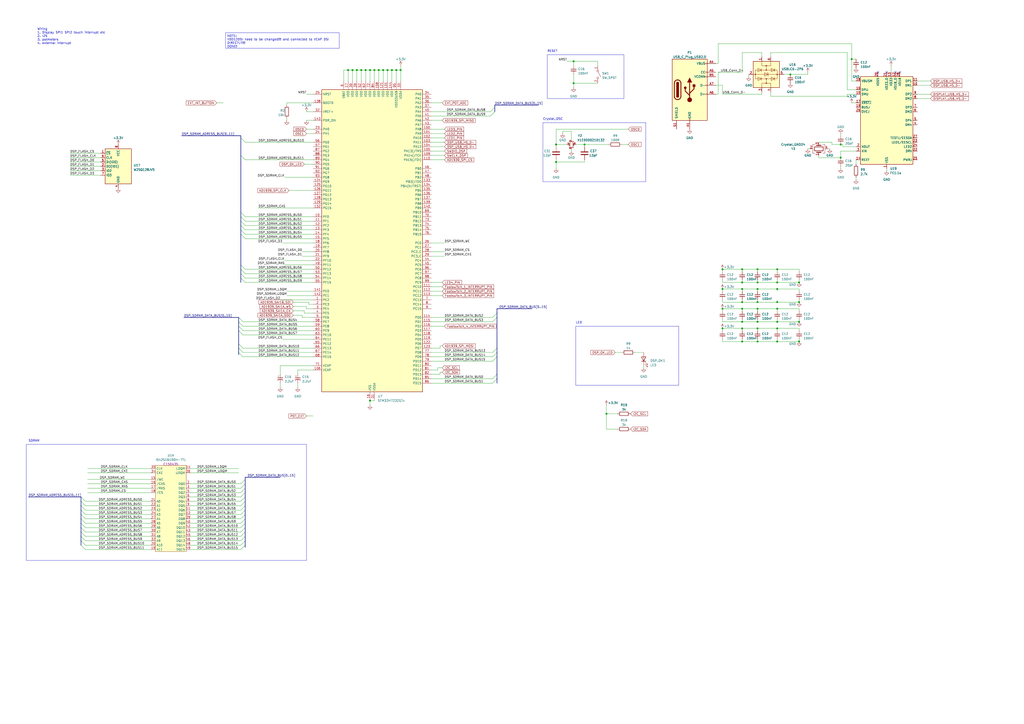
<source format=kicad_sch>
(kicad_sch (version 20230121) (generator eeschema)
  (paper "A2")
  (junction (at 322.58 93.98))
  (junction (at 450.85 156.21))
  (junction (at 463.55 163.83))
  (junction (at 430.53 198.12))
  (junction (at 463.55 186.69))
  (junction (at 209.55 40.64))
  (junction (at 450.85 186.69))
  (junction (at 450.85 179.07))
  (junction (at 439.42 198.12))
  (junction (at 487.68 83.82))
  (junction (at 419.1 190.5))
  (junction (at 430.53 163.83))
  (junction (at 439.42 167.64))
  (junction (at 430.53 186.69))
  (junction (at 439.42 186.69))
  (junction (at 214.63 40.64))
  (junction (at 219.71 40.64))
  (junction (at 351.79 240.03))
  (junction (at 217.17 40.64))
  (junction (at 207.01 40.64))
  (junction (at 450.85 198.12))
  (junction (at 450.85 175.26))
  (junction (at 463.55 175.26))
  (junction (at 222.25 40.64))
  (junction (at 214.63 232.41))
  (junction (at 229.87 40.64))
  (junction (at 430.53 175.26))
  (junction (at 439.42 156.21))
  (junction (at 494.03 34.29))
  (junction (at 450.85 163.83))
  (junction (at 450.85 190.5))
  (junction (at 212.09 40.64))
  (junction (at 439.42 190.5))
  (junction (at 204.47 40.64))
  (junction (at 430.53 190.5))
  (junction (at 458.47 43.18))
  (junction (at 419.1 179.07))
  (junction (at 439.42 179.07))
  (junction (at 430.53 167.64))
  (junction (at 439.42 175.26))
  (junction (at 439.42 163.83))
  (junction (at 450.85 167.64))
  (junction (at 232.41 40.64))
  (junction (at 201.93 40.64))
  (junction (at 430.53 179.07))
  (junction (at 322.58 83.82))
  (junction (at 339.09 83.82))
  (junction (at 463.55 198.12))
  (junction (at 224.79 40.64))
  (junction (at 332.74 35.56))
  (junction (at 332.74 48.26))
  (junction (at 487.68 91.44))
  (junction (at 419.1 156.21))
  (junction (at 419.1 167.64))
  (junction (at 227.33 40.64))
  (junction (at 430.53 156.21))
  (no_connect (at 509.27 41.91))
  (no_connect (at 519.43 41.91))
  (no_connect (at 521.97 41.91))
  (no_connect (at 514.35 41.91))
  (bus_entry (at 288.29 217.17) (size -2.54 2.54))
  (bus_entry (at 138.43 189.23) (size 2.54 2.54))
  (bus_entry (at 142.24 306.07) (size -2.54 2.54))
  (bus_entry (at 142.24 280.67) (size -2.54 2.54))
  (bus_entry (at 46.99 303.53) (size 2.54 2.54))
  (bus_entry (at 287.02 64.77) (size -2.54 2.54))
  (bus_entry (at 288.29 184.15) (size -2.54 2.54))
  (bus_entry (at 142.24 293.37) (size -2.54 2.54))
  (bus_entry (at 46.99 290.83) (size 2.54 2.54))
  (bus_entry (at 139.7 130.81) (size 2.54 2.54))
  (bus_entry (at 46.99 293.37) (size 2.54 2.54))
  (bus_entry (at 46.99 311.15) (size 2.54 2.54))
  (bus_entry (at 288.29 207.01) (size -2.54 2.54))
  (bus_entry (at 139.7 125.73) (size 2.54 2.54))
  (bus_entry (at 142.24 285.75) (size -2.54 2.54))
  (bus_entry (at 46.99 300.99) (size 2.54 2.54))
  (bus_entry (at 139.7 128.27) (size 2.54 2.54))
  (bus_entry (at 138.43 204.47) (size 2.54 2.54))
  (bus_entry (at 46.99 308.61) (size 2.54 2.54))
  (bus_entry (at 142.24 313.69) (size -2.54 2.54))
  (bus_entry (at 142.24 300.99) (size -2.54 2.54))
  (bus_entry (at 288.29 181.61) (size -2.54 2.54))
  (bus_entry (at 139.7 123.19) (size 2.54 2.54))
  (bus_entry (at 142.24 308.61) (size -2.54 2.54))
  (bus_entry (at 46.99 306.07) (size 2.54 2.54))
  (bus_entry (at 288.29 204.47) (size -2.54 2.54))
  (bus_entry (at 139.7 158.75) (size 2.54 2.54))
  (bus_entry (at 142.24 311.15) (size -2.54 2.54))
  (bus_entry (at 139.7 161.29) (size 2.54 2.54))
  (bus_entry (at 288.29 219.71) (size -2.54 2.54))
  (bus_entry (at 142.24 278.13) (size -2.54 2.54))
  (bus_entry (at 142.24 316.23) (size -2.54 2.54))
  (bus_entry (at 46.99 295.91) (size 2.54 2.54))
  (bus_entry (at 139.7 133.35) (size 2.54 2.54))
  (bus_entry (at 139.7 135.89) (size 2.54 2.54))
  (bus_entry (at 139.7 90.17) (size 2.54 2.54))
  (bus_entry (at 142.24 283.21) (size -2.54 2.54))
  (bus_entry (at 46.99 316.23) (size 2.54 2.54))
  (bus_entry (at 142.24 303.53) (size -2.54 2.54))
  (bus_entry (at 139.7 153.67) (size 2.54 2.54))
  (bus_entry (at 46.99 288.29) (size 2.54 2.54))
  (bus_entry (at 142.24 290.83) (size -2.54 2.54))
  (bus_entry (at 138.43 186.69) (size 2.54 2.54))
  (bus_entry (at 46.99 313.69) (size 2.54 2.54))
  (bus_entry (at 139.7 80.01) (size 2.54 2.54))
  (bus_entry (at 142.24 298.45) (size -2.54 2.54))
  (bus_entry (at 46.99 298.45) (size 2.54 2.54))
  (bus_entry (at 287.02 62.23) (size -2.54 2.54))
  (bus_entry (at 138.43 184.15) (size 2.54 2.54))
  (bus_entry (at 139.7 156.21) (size 2.54 2.54))
  (bus_entry (at 142.24 288.29) (size -2.54 2.54))
  (bus_entry (at 138.43 191.77) (size 2.54 2.54))
  (bus_entry (at 138.43 199.39) (size 2.54 2.54))
  (bus_entry (at 142.24 295.91) (size -2.54 2.54))
  (bus_entry (at 288.29 201.93) (size -2.54 2.54))
  (bus_entry (at 138.43 201.93) (size 2.54 2.54))
  (bus (pts (xy 142.24 298.45) (xy 142.24 295.91)))
  (wire (pts (xy 250.19 90.17) (xy 257.81 90.17)))
  (wire (pts (xy 177.8 177.8) (xy 177.8 179.07)))
  (wire (pts (xy 430.53 179.07) (xy 439.42 179.07)))
  (bus (pts (xy 139.7 130.81) (xy 139.7 133.35)))
  (wire (pts (xy 322.58 93.98) (xy 339.09 93.98)))
  (bus (pts (xy 142.24 278.13) (xy 142.24 276.86)))
  (wire (pts (xy 255.27 201.93) (xy 250.19 201.93)))
  (wire (pts (xy 177.8 54.61) (xy 181.61 54.61)))
  (bus (pts (xy 288.29 179.07) (xy 308.61 179.07)))
  (wire (pts (xy 175.26 184.15) (xy 181.61 184.15)))
  (wire (pts (xy 217.17 40.64) (xy 219.71 40.64)))
  (wire (pts (xy 416.7475 41.945) (xy 416.56 41.91)))
  (wire (pts (xy 222.25 40.64) (xy 222.25 46.99)))
  (wire (pts (xy 250.19 80.01) (xy 257.81 80.01)))
  (wire (pts (xy 358.14 248.92) (xy 351.79 248.92)))
  (bus (pts (xy 288.29 219.71) (xy 288.29 222.25)))
  (bus (pts (xy 138.43 201.93) (xy 138.43 204.47)))
  (bus (pts (xy 46.99 293.37) (xy 46.99 295.91)))
  (wire (pts (xy 40.64 88.9) (xy 58.42 88.9)))
  (wire (pts (xy 179.07 175.26) (xy 179.07 176.53)))
  (bus (pts (xy 142.24 288.29) (xy 142.24 290.83)))
  (wire (pts (xy 441.96 30.48) (xy 441.96 33.02)))
  (wire (pts (xy 250.19 77.47) (xy 257.81 77.47)))
  (wire (pts (xy 463.55 191.77) (xy 463.55 190.5)))
  (wire (pts (xy 110.49 290.83) (xy 139.7 290.83)))
  (wire (pts (xy 177.8 69.85) (xy 181.61 69.85)))
  (wire (pts (xy 177.8 179.07) (xy 181.61 179.07)))
  (wire (pts (xy 250.19 184.15) (xy 285.75 184.15)))
  (bus (pts (xy 142.24 285.75) (xy 142.24 283.21)))
  (bus (pts (xy 142.24 280.67) (xy 142.24 278.13)))
  (wire (pts (xy 165.1 151.13) (xy 181.61 151.13)))
  (bus (pts (xy 46.99 313.69) (xy 46.99 316.23)))
  (wire (pts (xy 142.24 156.21) (xy 181.61 156.21)))
  (wire (pts (xy 494.03 46.99) (xy 496.57 46.99)))
  (wire (pts (xy 179.07 176.53) (xy 181.61 176.53)))
  (wire (pts (xy 166.37 68.58) (xy 166.37 69.85)))
  (bus (pts (xy 46.99 311.15) (xy 46.99 313.69)))
  (bus (pts (xy 138.43 186.69) (xy 138.43 189.23)))
  (bus (pts (xy 46.99 298.45) (xy 46.99 300.99)))
  (wire (pts (xy 219.71 40.64) (xy 219.71 46.99)))
  (wire (pts (xy 491.49 52.07) (xy 496.57 52.07)))
  (wire (pts (xy 450.85 185.42) (xy 450.85 186.69)))
  (wire (pts (xy 250.19 207.01) (xy 285.75 207.01)))
  (wire (pts (xy 450.85 191.77) (xy 450.85 190.5)))
  (bus (pts (xy 142.24 317.5) (xy 142.24 316.23)))
  (wire (pts (xy 199.39 40.64) (xy 201.93 40.64)))
  (wire (pts (xy 250.19 209.55) (xy 285.75 209.55)))
  (wire (pts (xy 142.24 135.89) (xy 181.61 135.89)))
  (wire (pts (xy 439.42 173.99) (xy 439.42 175.26)))
  (wire (pts (xy 463.55 179.07) (xy 450.85 179.07)))
  (bus (pts (xy 139.7 128.27) (xy 139.7 130.81)))
  (wire (pts (xy 430.53 185.42) (xy 430.53 186.69)))
  (wire (pts (xy 494.03 34.29) (xy 496.57 34.29)))
  (wire (pts (xy 474.98 82.55) (xy 482.6 82.55)))
  (wire (pts (xy 487.68 87.63) (xy 496.57 87.63)))
  (bus (pts (xy 142.24 288.29) (xy 142.24 285.75)))
  (wire (pts (xy 450.85 163.83) (xy 463.55 163.83)))
  (wire (pts (xy 142.24 163.83) (xy 181.61 163.83)))
  (wire (pts (xy 175.26 182.88) (xy 175.26 184.15)))
  (bus (pts (xy 139.7 156.21) (xy 139.7 158.75)))
  (wire (pts (xy 539.75 46.99) (xy 532.13 46.99)))
  (bus (pts (xy 142.24 303.53) (xy 142.24 300.99)))
  (wire (pts (xy 166.37 59.69) (xy 181.61 59.69)))
  (wire (pts (xy 50.8 271.78) (xy 87.63 271.78)))
  (wire (pts (xy 458.47 43.18) (xy 454.66 43.18)))
  (bus (pts (xy 138.43 184.15) (xy 138.43 186.69)))
  (wire (pts (xy 322.58 74.93) (xy 322.58 83.82)))
  (wire (pts (xy 207.01 40.64) (xy 209.55 40.64)))
  (wire (pts (xy 430.53 156.21) (xy 439.42 156.21)))
  (bus (pts (xy 288.29 184.15) (xy 288.29 201.93)))
  (wire (pts (xy 40.64 93.98) (xy 58.42 93.98)))
  (bus (pts (xy 139.7 133.35) (xy 139.7 135.89)))
  (wire (pts (xy 439.42 163.83) (xy 450.85 163.83)))
  (wire (pts (xy 142.24 130.81) (xy 181.61 130.81)))
  (wire (pts (xy 487.68 77.47) (xy 487.68 78.74)))
  (wire (pts (xy 110.49 288.29) (xy 139.7 288.29)))
  (wire (pts (xy 415.29 49.53) (xy 419.1 49.53)))
  (wire (pts (xy 49.53 316.23) (xy 87.63 316.23)))
  (wire (pts (xy 224.79 40.64) (xy 224.79 46.99)))
  (wire (pts (xy 250.19 204.47) (xy 285.75 204.47)))
  (wire (pts (xy 163.83 140.97) (xy 181.61 140.97)))
  (wire (pts (xy 447.04 55.88) (xy 447.04 53.34)))
  (wire (pts (xy 40.64 91.44) (xy 58.42 91.44)))
  (wire (pts (xy 165.1 153.67) (xy 181.61 153.67)))
  (bus (pts (xy 139.7 125.73) (xy 139.7 128.27)))
  (wire (pts (xy 463.55 157.48) (xy 463.55 156.21)))
  (wire (pts (xy 209.55 40.64) (xy 212.09 40.64)))
  (wire (pts (xy 49.53 313.69) (xy 87.63 313.69)))
  (wire (pts (xy 110.49 295.91) (xy 139.7 295.91)))
  (wire (pts (xy 229.87 40.64) (xy 232.41 40.64)))
  (wire (pts (xy 110.49 316.23) (xy 139.7 316.23)))
  (wire (pts (xy 326.39 76.2) (xy 331.47 76.2)))
  (wire (pts (xy 142.24 82.55) (xy 181.61 82.55)))
  (bus (pts (xy 142.24 303.53) (xy 142.24 306.07)))
  (wire (pts (xy 163.83 196.85) (xy 181.61 196.85)))
  (wire (pts (xy 419.1 168.91) (xy 419.1 167.64)))
  (wire (pts (xy 207.01 40.64) (xy 207.01 46.99)))
  (wire (pts (xy 488.95 85.09) (xy 488.95 83.82)))
  (wire (pts (xy 250.19 219.71) (xy 285.75 219.71)))
  (wire (pts (xy 463.55 185.42) (xy 463.55 186.69)))
  (wire (pts (xy 232.41 40.64) (xy 232.41 46.99)))
  (bus (pts (xy 139.7 78.74) (xy 105.41 78.74)))
  (wire (pts (xy 332.74 43.18) (xy 332.74 48.26)))
  (wire (pts (xy 176.53 95.25) (xy 181.61 95.25)))
  (wire (pts (xy 326.39 77.47) (xy 326.39 76.2)))
  (wire (pts (xy 430.53 175.26) (xy 439.42 175.26)))
  (bus (pts (xy 16.51 288.29) (xy 46.99 288.29)))
  (wire (pts (xy 49.53 298.45) (xy 87.63 298.45)))
  (wire (pts (xy 450.85 157.48) (xy 450.85 156.21)))
  (wire (pts (xy 373.38 212.09) (xy 373.38 213.36)))
  (wire (pts (xy 172.72 214.63) (xy 181.61 214.63)))
  (wire (pts (xy 439.42 168.91) (xy 439.42 167.64)))
  (wire (pts (xy 110.49 306.07) (xy 139.7 306.07)))
  (bus (pts (xy 139.7 123.19) (xy 139.7 125.73)))
  (wire (pts (xy 447.04 30.48) (xy 491.49 30.48)))
  (wire (pts (xy 50.8 283.21) (xy 87.63 283.21)))
  (wire (pts (xy 140.97 201.93) (xy 181.61 201.93)))
  (wire (pts (xy 430.53 198.12) (xy 439.42 198.12)))
  (wire (pts (xy 49.53 306.07) (xy 87.63 306.07)))
  (wire (pts (xy 110.49 285.75) (xy 139.7 285.75)))
  (wire (pts (xy 50.8 280.67) (xy 87.63 280.67)))
  (bus (pts (xy 46.99 306.07) (xy 46.99 308.61)))
  (wire (pts (xy 209.55 40.64) (xy 209.55 46.99)))
  (wire (pts (xy 162.56 217.17) (xy 162.56 212.09)))
  (wire (pts (xy 110.49 303.53) (xy 139.7 303.53)))
  (wire (pts (xy 256.54 213.36) (xy 254 213.36)))
  (bus (pts (xy 142.24 293.37) (xy 142.24 290.83)))
  (bus (pts (xy 287.02 60.96) (xy 312.42 60.96)))
  (bus (pts (xy 288.29 181.61) (xy 288.29 184.15)))
  (wire (pts (xy 430.53 30.48) (xy 441.96 30.48)))
  (wire (pts (xy 430.53 167.64) (xy 419.1 167.64)))
  (wire (pts (xy 419.1 49.53) (xy 419.1 54.61)))
  (wire (pts (xy 439.42 198.12) (xy 450.85 198.12)))
  (wire (pts (xy 463.55 190.5) (xy 450.85 190.5)))
  (wire (pts (xy 441.96 54.61) (xy 441.96 53.34)))
  (wire (pts (xy 140.97 189.23) (xy 181.61 189.23)))
  (wire (pts (xy 204.47 40.64) (xy 207.01 40.64)))
  (wire (pts (xy 170.18 182.88) (xy 175.26 182.88)))
  (wire (pts (xy 496.57 92.71) (xy 496.57 95.25)))
  (wire (pts (xy 257.81 146.05) (xy 250.19 146.05)))
  (wire (pts (xy 430.53 186.69) (xy 439.42 186.69)))
  (wire (pts (xy 332.74 35.56) (xy 332.74 38.1)))
  (wire (pts (xy 162.56 222.25) (xy 162.56 224.79)))
  (wire (pts (xy 176.53 181.61) (xy 181.61 181.61)))
  (wire (pts (xy 250.19 85.09) (xy 257.81 85.09)))
  (wire (pts (xy 516.89 38.1) (xy 516.89 41.91)))
  (wire (pts (xy 430.53 179.07) (xy 419.1 179.07)))
  (wire (pts (xy 149.86 120.65) (xy 181.61 120.65)))
  (wire (pts (xy 430.53 190.5) (xy 419.1 190.5)))
  (wire (pts (xy 419.1 162.56) (xy 419.1 163.83)))
  (wire (pts (xy 177.8 64.77) (xy 181.61 64.77)))
  (wire (pts (xy 250.19 74.93) (xy 257.81 74.93)))
  (wire (pts (xy 110.49 283.21) (xy 139.7 283.21)))
  (wire (pts (xy 532.13 57.15) (xy 539.75 57.15)))
  (wire (pts (xy 494.03 59.69) (xy 496.57 59.69)))
  (wire (pts (xy 177.8 74.93) (xy 181.61 74.93)))
  (wire (pts (xy 494.03 25.4) (xy 494.03 34.29)))
  (bus (pts (xy 142.24 295.91) (xy 142.24 293.37)))
  (wire (pts (xy 439.42 162.56) (xy 439.42 163.83)))
  (wire (pts (xy 110.49 298.45) (xy 139.7 298.45)))
  (wire (pts (xy 250.19 186.69) (xy 285.75 186.69)))
  (wire (pts (xy 256.54 69.85) (xy 250.19 69.85)))
  (bus (pts (xy 142.24 313.69) (xy 142.24 311.15)))
  (wire (pts (xy 430.53 167.64) (xy 439.42 167.64)))
  (bus (pts (xy 139.7 90.17) (xy 139.7 123.19)))
  (wire (pts (xy 250.19 64.77) (xy 284.48 64.77)))
  (wire (pts (xy 463.55 180.34) (xy 463.55 179.07)))
  (wire (pts (xy 142.24 133.35) (xy 181.61 133.35)))
  (bus (pts (xy 139.7 80.01) (xy 139.7 90.17)))
  (wire (pts (xy 416.56 36.83) (xy 415.29 36.83)))
  (bus (pts (xy 46.99 303.53) (xy 46.99 306.07)))
  (wire (pts (xy 250.19 168.91) (xy 256.54 168.91)))
  (wire (pts (xy 142.24 161.29) (xy 181.61 161.29)))
  (wire (pts (xy 177.8 241.3) (xy 181.61 241.3)))
  (wire (pts (xy 360.68 83.82) (xy 364.49 83.82)))
  (wire (pts (xy 212.09 40.64) (xy 212.09 46.99)))
  (wire (pts (xy 166.37 171.45) (xy 181.61 171.45)))
  (wire (pts (xy 351.79 240.03) (xy 351.79 234.95)))
  (wire (pts (xy 250.19 163.83) (xy 256.54 163.83)))
  (wire (pts (xy 430.53 162.56) (xy 430.53 163.83)))
  (wire (pts (xy 430.53 191.77) (xy 430.53 190.5)))
  (wire (pts (xy 49.53 290.83) (xy 87.63 290.83)))
  (wire (pts (xy 439.42 186.69) (xy 450.85 186.69)))
  (wire (pts (xy 204.47 40.64) (xy 204.47 46.99)))
  (wire (pts (xy 332.74 35.56) (xy 346.71 35.56)))
  (wire (pts (xy 430.53 196.85) (xy 430.53 198.12)))
  (wire (pts (xy 514.35 99.06) (xy 514.35 97.79)))
  (wire (pts (xy 175.26 146.05) (xy 181.61 146.05)))
  (wire (pts (xy 439.42 180.34) (xy 439.42 179.07)))
  (wire (pts (xy 439.42 175.26) (xy 450.85 175.26)))
  (wire (pts (xy 358.14 240.03) (xy 351.79 240.03)))
  (wire (pts (xy 49.53 308.61) (xy 87.63 308.61)))
  (wire (pts (xy 175.26 148.59) (xy 181.61 148.59)))
  (wire (pts (xy 170.18 175.26) (xy 179.07 175.26)))
  (bus (pts (xy 142.24 308.61) (xy 142.24 306.07)))
  (wire (pts (xy 496.57 85.09) (xy 488.95 85.09)))
  (wire (pts (xy 482.6 83.82) (xy 487.68 83.82)))
  (wire (pts (xy 254 214.63) (xy 250.19 214.63)))
  (wire (pts (xy 250.19 222.25) (xy 285.75 222.25)))
  (wire (pts (xy 487.68 83.82) (xy 488.95 83.82)))
  (wire (pts (xy 142.24 92.71) (xy 181.61 92.71)))
  (wire (pts (xy 416.56 25.4) (xy 494.03 25.4)))
  (wire (pts (xy 491.49 55.88) (xy 491.49 54.61)))
  (wire (pts (xy 419.1 180.34) (xy 419.1 179.07)))
  (wire (pts (xy 450.85 167.64) (xy 439.42 167.64)))
  (wire (pts (xy 49.53 303.53) (xy 87.63 303.53)))
  (wire (pts (xy 166.37 60.96) (xy 166.37 59.69)))
  (wire (pts (xy 250.19 82.55) (xy 257.81 82.55)))
  (wire (pts (xy 322.58 74.93) (xy 364.49 74.93)))
  (bus (pts (xy 142.24 283.21) (xy 142.24 280.67)))
  (wire (pts (xy 419.1 198.12) (xy 430.53 198.12)))
  (wire (pts (xy 450.85 190.5) (xy 439.42 190.5)))
  (wire (pts (xy 351.79 248.92) (xy 351.79 240.03)))
  (wire (pts (xy 232.41 38.1) (xy 232.41 40.64)))
  (bus (pts (xy 138.43 184.15) (xy 106.68 184.15)))
  (wire (pts (xy 172.72 222.25) (xy 172.72 224.79)))
  (wire (pts (xy 328.93 35.56) (xy 332.74 35.56)))
  (wire (pts (xy 162.56 212.09) (xy 181.61 212.09)))
  (bus (pts (xy 138.43 204.47) (xy 138.43 205.74)))
  (bus (pts (xy 139.7 80.01) (xy 139.7 78.74)))
  (wire (pts (xy 322.58 83.82) (xy 328.93 83.82)))
  (bus (pts (xy 142.24 300.99) (xy 142.24 298.45)))
  (wire (pts (xy 140.97 204.47) (xy 181.61 204.47)))
  (wire (pts (xy 250.19 189.23) (xy 257.81 189.23)))
  (wire (pts (xy 110.49 274.32) (xy 138.43 274.32)))
  (wire (pts (xy 439.42 196.85) (xy 439.42 198.12)))
  (wire (pts (xy 463.55 168.91) (xy 463.55 167.64)))
  (bus (pts (xy 139.7 161.29) (xy 139.7 163.83)))
  (wire (pts (xy 140.97 207.01) (xy 181.61 207.01)))
  (wire (pts (xy 177.8 77.47) (xy 181.61 77.47)))
  (wire (pts (xy 172.72 214.63) (xy 172.72 217.17)))
  (wire (pts (xy 450.85 179.07) (xy 439.42 179.07)))
  (wire (pts (xy 50.8 274.32) (xy 87.63 274.32)))
  (bus (pts (xy 139.7 153.67) (xy 139.7 156.21)))
  (wire (pts (xy 447.04 30.48) (xy 447.04 33.02)))
  (bus (pts (xy 142.24 311.15) (xy 142.24 308.61)))
  (wire (pts (xy 439.42 185.42) (xy 439.42 186.69)))
  (wire (pts (xy 40.64 101.6) (xy 58.42 101.6)))
  (wire (pts (xy 491.49 30.48) (xy 491.49 52.07)))
  (wire (pts (xy 176.53 180.34) (xy 176.53 181.61)))
  (wire (pts (xy 463.55 156.21) (xy 450.85 156.21)))
  (bus (pts (xy 46.99 295.91) (xy 46.99 298.45)))
  (wire (pts (xy 491.49 54.61) (xy 496.57 54.61)))
  (wire (pts (xy 166.37 168.91) (xy 181.61 168.91)))
  (wire (pts (xy 339.09 92.71) (xy 339.09 93.98)))
  (bus (pts (xy 288.29 201.93) (xy 288.29 204.47)))
  (wire (pts (xy 419.1 191.77) (xy 419.1 190.5)))
  (wire (pts (xy 214.63 232.41) (xy 217.17 232.41)))
  (bus (pts (xy 46.99 300.99) (xy 46.99 303.53)))
  (bus (pts (xy 288.29 207.01) (xy 288.29 217.17)))
  (wire (pts (xy 419.1 175.26) (xy 430.53 175.26)))
  (wire (pts (xy 450.85 196.85) (xy 450.85 198.12)))
  (wire (pts (xy 49.53 295.91) (xy 87.63 295.91)))
  (wire (pts (xy 539.75 49.53) (xy 532.13 49.53)))
  (wire (pts (xy 40.64 96.52) (xy 58.42 96.52)))
  (wire (pts (xy 229.87 46.99) (xy 229.87 40.64)))
  (wire (pts (xy 110.49 271.78) (xy 138.43 271.78)))
  (wire (pts (xy 463.55 173.99) (xy 463.55 175.26)))
  (wire (pts (xy 419.1 196.85) (xy 419.1 198.12)))
  (wire (pts (xy 419.1 157.48) (xy 419.1 156.21)))
  (wire (pts (xy 419.1 173.99) (xy 419.1 175.26)))
  (wire (pts (xy 416.56 41.91) (xy 416.56 54.61)))
  (wire (pts (xy 201.93 40.64) (xy 201.93 46.99)))
  (wire (pts (xy 415.29 54.61) (xy 416.56 54.61)))
  (bus (pts (xy 139.7 158.75) (xy 139.7 161.29)))
  (bus (pts (xy 288.29 217.17) (xy 288.29 219.71)))
  (wire (pts (xy 450.85 180.34) (xy 450.85 179.07)))
  (wire (pts (xy 170.18 177.8) (xy 177.8 177.8)))
  (bus (pts (xy 142.24 276.86) (xy 162.56 276.86)))
  (wire (pts (xy 487.68 87.63) (xy 487.68 91.44)))
  (bus (pts (xy 287.02 62.23) (xy 287.02 60.96)))
  (wire (pts (xy 418.0175 41.945) (xy 416.7475 41.945)))
  (wire (pts (xy 125.73 59.69) (xy 129.54 59.69)))
  (wire (pts (xy 110.49 311.15) (xy 139.7 311.15)))
  (wire (pts (xy 450.85 173.99) (xy 450.85 175.26)))
  (wire (pts (xy 430.53 180.34) (xy 430.53 179.07)))
  (wire (pts (xy 450.85 186.69) (xy 463.55 186.69)))
  (wire (pts (xy 339.09 85.09) (xy 339.09 83.82)))
  (wire (pts (xy 331.47 76.2) (xy 331.47 81.28)))
  (wire (pts (xy 110.49 318.77) (xy 139.7 318.77)))
  (wire (pts (xy 256.54 215.9) (xy 255.27 215.9)))
  (wire (pts (xy 214.63 234.95) (xy 214.63 232.41)))
  (wire (pts (xy 434.34 44.45) (xy 434.34 43.18)))
  (wire (pts (xy 250.19 166.37) (xy 256.54 166.37)))
  (wire (pts (xy 110.49 300.99) (xy 139.7 300.99)))
  (wire (pts (xy 219.71 40.64) (xy 222.25 40.64)))
  (wire (pts (xy 140.97 194.31) (xy 181.61 194.31)))
  (wire (pts (xy 250.19 87.63) (xy 257.81 87.63)))
  (wire (pts (xy 419.1 185.42) (xy 419.1 186.69)))
  (wire (pts (xy 110.49 280.67) (xy 139.7 280.67)))
  (wire (pts (xy 468.63 41.91) (xy 468.63 43.18)))
  (wire (pts (xy 110.49 308.61) (xy 139.7 308.61)))
  (wire (pts (xy 450.85 162.56) (xy 450.85 163.83)))
  (wire (pts (xy 110.49 293.37) (xy 139.7 293.37)))
  (wire (pts (xy 254 213.36) (xy 254 214.63)))
  (bus (pts (xy 46.99 308.61) (xy 46.99 311.15)))
  (wire (pts (xy 468.63 86.36) (xy 469.9 86.36)))
  (bus (pts (xy 139.7 135.89) (xy 139.7 153.67)))
  (wire (pts (xy 214.63 40.64) (xy 217.17 40.64)))
  (wire (pts (xy 110.49 313.69) (xy 139.7 313.69)))
  (wire (pts (xy 255.27 215.9) (xy 255.27 217.17)))
  (wire (pts (xy 217.17 40.64) (xy 217.17 46.99)))
  (bus (pts (xy 142.24 316.23) (xy 142.24 313.69)))
  (wire (pts (xy 334.01 83.82) (xy 339.09 83.82)))
  (wire (pts (xy 474.98 91.44) (xy 487.68 91.44)))
  (wire (pts (xy 463.55 196.85) (xy 463.55 198.12)))
  (wire (pts (xy 450.85 175.26) (xy 463.55 175.26)))
  (wire (pts (xy 162.56 173.99) (xy 181.61 173.99)))
  (wire (pts (xy 532.13 54.61) (xy 539.75 54.61)))
  (wire (pts (xy 331.47 86.36) (xy 331.47 87.63)))
  (wire (pts (xy 142.24 138.43) (xy 181.61 138.43)))
  (wire (pts (xy 430.53 157.48) (xy 430.53 156.21)))
  (wire (pts (xy 322.58 83.82) (xy 322.58 85.09)))
  (wire (pts (xy 430.53 30.48) (xy 430.53 41.91)))
  (wire (pts (xy 49.53 318.77) (xy 87.63 318.77)))
  (wire (pts (xy 50.8 278.13) (xy 87.63 278.13)))
  (bus (pts (xy 138.43 189.23) (xy 138.43 191.77)))
  (bus (pts (xy 138.43 191.77) (xy 138.43 199.39)))
  (wire (pts (xy 332.74 48.26) (xy 332.74 50.8)))
  (wire (pts (xy 430.53 168.91) (xy 430.53 167.64)))
  (wire (pts (xy 322.58 92.71) (xy 322.58 93.98)))
  (wire (pts (xy 356.87 204.47) (xy 360.68 204.47)))
  (bus (pts (xy 288.29 204.47) (xy 288.29 207.01)))
  (wire (pts (xy 167.64 110.49) (xy 181.61 110.49)))
  (wire (pts (xy 165.1 102.87) (xy 181.61 102.87)))
  (bus (pts (xy 46.99 288.29) (xy 46.99 290.83)))
  (wire (pts (xy 142.24 128.27) (xy 181.61 128.27)))
  (wire (pts (xy 494.03 34.29) (xy 494.03 46.99)))
  (wire (pts (xy 419.1 186.69) (xy 430.53 186.69)))
  (bus (pts (xy 138.43 199.39) (xy 138.43 201.93)))
  (wire (pts (xy 199.39 40.64) (xy 199.39 46.99)))
  (wire (pts (xy 255.27 200.66) (xy 255.27 201.93)))
  (wire (pts (xy 463.55 167.64) (xy 450.85 167.64)))
  (wire (pts (xy 419.1 163.83) (xy 430.53 163.83)))
  (bus (pts (xy 288.29 179.07) (xy 288.29 181.61)))
  (wire (pts (xy 339.09 83.82) (xy 353.06 83.82)))
  (wire (pts (xy 212.09 40.64) (xy 214.63 40.64)))
  (wire (pts (xy 346.71 38.1) (xy 346.71 35.56)))
  (wire (pts (xy 430.53 41.91) (xy 416.7475 41.945)))
  (wire (pts (xy 439.42 191.77) (xy 439.42 190.5)))
  (wire (pts (xy 468.63 43.18) (xy 458.47 43.18)))
  (wire (pts (xy 430.53 156.21) (xy 419.1 156.21)))
  (wire (pts (xy 450.85 168.91) (xy 450.85 167.64)))
  (wire (pts (xy 447.04 55.88) (xy 491.49 55.88)))
  (wire (pts (xy 430.53 163.83) (xy 439.42 163.83)))
  (wire (pts (xy 49.53 293.37) (xy 87.63 293.37)))
  (wire (pts (xy 222.25 40.64) (xy 224.79 40.64)))
  (wire (pts (xy 481.33 86.36) (xy 480.06 86.36)))
  (wire (pts (xy 257.81 140.97) (xy 250.19 140.97)))
  (wire (pts (xy 40.64 99.06) (xy 58.42 99.06)))
  (wire (pts (xy 140.97 186.69) (xy 181.61 186.69)))
  (wire (pts (xy 250.19 67.31) (xy 284.48 67.31)))
  (wire (pts (xy 474.98 90.17) (xy 474.98 91.44)))
  (wire (pts (xy 419.1 54.61) (xy 441.96 54.61)))
  (wire (pts (xy 250.19 171.45) (xy 256.54 171.45)))
  (wire (pts (xy 416.56 36.83) (xy 416.56 25.4)))
  (wire (pts (xy 430.53 190.5) (xy 439.42 190.5)))
  (wire (pts (xy 201.93 40.64) (xy 204.47 40.64)))
  (wire (pts (xy 227.33 40.64) (xy 229.87 40.64)))
  (wire (pts (xy 322.58 93.98) (xy 322.58 97.79)))
  (bus (pts (xy 287.02 64.77) (xy 287.02 62.23)))
  (wire (pts (xy 496.57 102.87) (xy 496.57 104.14)))
  (wire (pts (xy 170.18 180.34) (xy 176.53 180.34)))
  (bus (pts (xy 46.99 290.83) (xy 46.99 293.37)))
  (wire (pts (xy 439.42 157.48) (xy 439.42 156.21)))
  (wire (pts (xy 450.85 198.12) (xy 463.55 198.12)))
  (wire (pts (xy 224.79 40.64) (xy 227.33 40.64)))
  (wire (pts (xy 450.85 156.21) (xy 439.42 156.21)))
  (wire (pts (xy 227.33 40.64) (xy 227.33 46.99)))
  (wire (pts (xy 142.24 125.73) (xy 181.61 125.73)))
  (wire (pts (xy 332.74 48.26) (xy 346.71 48.26)))
  (wire (pts (xy 49.53 311.15) (xy 87.63 311.15)))
  (wire (pts (xy 368.3 204.47) (xy 373.38 204.47)))
  (wire (pts (xy 463.55 162.56) (xy 463.55 163.83)))
  (wire (pts (xy 255.27 217.17) (xy 250.19 217.17)))
  (wire (pts (xy 257.81 148.59) (xy 250.19 148.59)))
  (wire (pts (xy 49.53 300.99) (xy 87.63 300.99)))
  (wire (pts (xy 256.54 200.66) (xy 255.27 200.66)))
  (wire (pts (xy 487.68 97.79) (xy 487.68 96.52)))
  (wire (pts (xy 482.6 82.55) (xy 482.6 83.82)))
  (wire (pts (xy 140.97 191.77) (xy 181.61 191.77)))
  (wire (pts (xy 50.8 285.75) (xy 87.63 285.75)))
  (wire (pts (xy 214.63 40.64) (xy 214.63 46.99)))
  (wire (pts (xy 430.53 173.99) (xy 430.53 175.26)))
  (wire (pts (xy 257.81 92.71) (xy 250.19 92.71)))
  (wire (pts (xy 142.24 158.75) (xy 181.61 158.75)))
  (wire (pts (xy 256.54 59.69) (xy 250.19 59.69)))
  (rectangle (start 317.5 31.75) (end 361.95 57.15))
  (rectangle (start 15.24 257.81) (end 177.8 325.12))
  (rectangle (start 334.01 189.23) (end 393.7 223.52))
  (rectangle (start 314.96 71.12) (end 374.65 105.41))
  (text_box "NOTE:\nVDD12DSI need to be changed!!! and connected to VCAP DSI DIRECTLY!!!\nDONE!\n" (at 130.81 19.05 0) (size 66.04 8.89) (effects (font (size 1.27 1.27)) (justify left top)))
  (text "RESET\n" (at 317.5 30.48 0) (effects (font (size 1.27 1.27)) (justify left bottom)))
  (text "SDRAM" (at 16.51 256.54 0) (effects (font (size 1.27 1.27)) (justify left bottom)))
  (text "Crystal_OSC" (at 314.96 69.85 0) (effects (font (size 1.27 1.27)) (justify left bottom)))
  (text "Wiring\n1. Display SPI1 SPI2 touch interrupt etc\n2. I2S\n3. potmeters\n4. external interrupt\n\n" (at 21.59 27.94 0) (effects (font (size 1.27 1.27)) (justify left bottom)))
  (text "LED" (at 334.01 187.96 0) (effects (font (size 1.27 1.27)) (justify left bottom)))
  (label "DSP_SDRAM_ADRESS_BUS1" (at 149.86 128.27 0))
  (label "DSP_SDRAM_DATA_BUS14" (at 257.81 207.01 0))
  (label "DSP_SDRAM_DATA_BUS15" (at 114.3 318.77 0))
  (label "DSP_SDRAM_ADRESS_BUS11" (at 149.86 92.71 0))
  (label "DSP_SDRAM_ADRESS_BUS10" (at 149.86 82.55 0))
  (label "DSP_SDRAM_DATA_BUS6" (at 149.86 191.77 0))
  (label "DSP_SDRAM_ADRESS_BUS10" (at 57.15 316.23 0))
  (label "DSP_FLASH_D2" (at 40.64 99.06 0))
  (label "DSP_SDRAM_ADRESS_BUS3" (at 149.86 133.35 0))
  (label "NRST" (at 177.8 54.61 180))
  (label "DSP_SDRAM_CKE" (at 58.42 274.32 0))
  (label "DSP_FLASH_D2" (at 162.56 173.99 180))
  (label "DSP_SDRAM_DATA_BUS13" (at 257.81 204.47 0))
  (label "DSP_SDRAM_ADRESS_BUS4" (at 149.86 135.89 0))
  (label "DSP_SDRAM_DATA_BUS13" (at 114.3 313.69 0))
  (label "DSP_SDRAM_DATA_BUS9" (at 259.08 67.31 0))
  (label "DSP_SDRAM_DATA_BUS4" (at 149.86 186.69 0))
  (label "DSP_SDRAM_DATA_BUS14" (at 114.3 316.23 0))
  (label "DSP_SDRAM_CKE" (at 257.81 148.59 0))
  (label "DSP_SDRAM_LDQM" (at 166.37 168.91 180))
  (label "DSP_SDRAM_ADRESS_BUS6" (at 57.15 306.07 0))
  (label "DSP_SDRAM_ADRESS_BUS2" (at 57.15 295.91 0))
  (label "DSP_SDRAM_ADRESS_BUS8" (at 149.86 161.29 0))
  (label "DSP_SDRAM_DATA_BUS1" (at 114.3 283.21 0))
  (label "DSP_SDRAM_DATA_BUS3" (at 257.81 186.69 0))
  (label "DSP_SDRAM_DATA_BUS9" (at 114.3 303.53 0))
  (label "DSP_FLASH_D3" (at 163.83 140.97 180))
  (label "DSP_SDRAM_DATA_BUS4" (at 114.3 290.83 0))
  (label "DSP_SDRAM_WE" (at 57.8098 278.13 0))
  (label "DSP_SDRAM_ADRESS_BUS7" (at 57.15 308.61 0))
  (label "DSP_SDRAM_DATA_BUS5" (at 114.3 293.37 0))
  (label "DSP_SDRAM_ADRESS_BUS11" (at 57.15 318.77 0))
  (label "DSP_SDRAM_ADRESS_BUS4" (at 57.15 300.99 0))
  (label "DSP_SDRAM_CLK" (at 58.42 271.78 0))
  (label "DSP_SDRAM_ADRESS_BUS9" (at 57.15 313.69 0))
  (label "DSP_SDRAM_DATA_BUS2" (at 114.3 285.75 0))
  (label "DSP_SDRAM_DATA_BUS7" (at 114.3 298.45 0))
  (label "DSP_SDRAM_WE" (at 257.81 140.97 0))
  (label "DSP_SDRAM_LDQM" (at 114.3 271.78 0))
  (label "DSP_SDRAM_ADRESS_BUS9" (at 149.86 163.83 0))
  (label "DSP_SDRAM_DATA_BUS[0..15]" (at 106.68 184.15 0))
  (label "DSP_FLASH_CS" (at 163.83 196.85 180))
  (label "DSP_SDRAM_CAS" (at 58.42 280.67 0))
  (label "DSP_SDRAM_CS" (at 257.81 146.05 0))
  (label "DSP_SDRAM_DATA_BUS1" (at 257.81 222.25 0))
  (label "DSP_SDRAM_DATA_BUS6" (at 114.3 295.91 0))
  (label "DSP_FLASH_CLK" (at 165.1 151.13 180))
  (label "DSP_SDRAM_DATA_BUS3" (at 114.3 288.29 0))
  (label "DSP_SDRAM_CS" (at 58.42 285.75 0))
  (label "DSP_SDRAM_CAS" (at 149.86 120.65 0))
  (label "DSP_FLASH_D0" (at 175.26 146.05 180))
  (label "DSP_SDRAM_DATA_BUS15" (at 257.81 209.55 0))
  (label "DSP_SDRAM_UDQM" (at 166.37 171.45 180))
  (label "DSP_SDRAM_ADRESS_BUS[0..11]" (at 105.41 78.74 0))
  (label "USB_Conn_D-" (at 419.1 54.61 0))
  (label "DSP_SDRAM_DATA_BUS7" (at 149.86 194.31 0))
  (label "DSP_SDRAM_ADRESS_BUS7" (at 149.86 158.75 0))
  (label "DSP_SDRAM_DATA_BUS8" (at 259.08 64.77 0))
  (label "DSP_FLASH_CS" (at 40.64 88.9 0))
  (label "DSP_FLASH_D1" (at 40.64 96.52 0))
  (label "DSP_SDRAM_ADRESS_BUS3" (at 57.15 298.45 0))
  (label "DSP_SDRAM_RAS" (at 165.1 153.67 180))
  (label "DSP_SDRAM_ADRESS_BUS0" (at 57.15 290.83 0))
  (label "DSP_SDRAM_DATA_BUS10" (at 114.3 306.07 0))
  (label "NRST" (at 328.93 35.56 180))
  (label "DSP_SDRAM_ADRESS_BUS0" (at 149.86 125.73 0))
  (label "DSP_SDRAM_DATA_BUS2" (at 257.81 184.15 0))
  (label "DSP_SDRAM_DATA_BUS8" (at 114.3 300.99 0))
  (label "DSP_SDRAM_ADRESS_BUS6" (at 149.86 156.21 0))
  (label "DSP_SDRAM_ADRESS_BUS[0..11]" (at 16.51 288.29 0))
  (label "DSP_SDRAM_DATA_BUS12" (at 149.86 207.01 0))
  (label "DSP_FLASH_D0" (at 40.64 93.98 0))
  (label "DSP_SDRAM_DATA_BUS0" (at 257.81 219.71 0))
  (label "DSP_SDRAM_ADRESS_BUS5" (at 149.86 138.43 0))
  (label "DSP_SDRAM_RAS" (at 58.42 283.21 0))
  (label "DSP_SDRAM_DATA_BUS10" (at 149.86 201.93 0))
  (label "DSP_SDRAM_DATA_BUS[0..15]" (at 287.02 60.96 0))
  (label "DSP_SDRAM_ADRESS_BUS1" (at 57.15 293.37 0))
  (label "DSP_FLASH_CLK" (at 40.64 91.44 0))
  (label "DSP_SDRAM_DATA_BUS0" (at 114.3 280.67 0))
  (label "DSP_SDRAM_DATA_BUS[0..15]" (at 289.56 179.07 0))
  (label "DSP_SDRAM_ADRESS_BUS2" (at 149.86 130.81 0))
  (label "USB_Conn_D+" (at 418.0175 41.945 0))
  (label "DSP_SDRAM_CLK" (at 165.1 102.87 180))
  (label "DSP_SDRAM_DATA_BUS11" (at 114.3 308.61 0))
  (label "DSP_FLASH_D3" (at 40.6574 101.6 0))
  (label "DSP_SDRAM_DATA_BUS12" (at 114.3 311.15 0))
  (label "DSP_FLASH_D1" (at 175.26 148.59 180))
  (label "DSP_SDRAM_ADRESS_BUS8" (at 57.15 311.15 0))
  (label "DSP_SDRAM_DATA_BUS5" (at 149.86 189.23 0))
  (label "DSP_SDRAM_ADRESS_BUS5" (at 57.15 303.53 0))
  (label "DSP_SDRAM_UDQM" (at 114.3 274.32 0))
  (label "DSP_SDRAM_DATA_BUS[0..15]" (at 143.51 276.86 0))
  (label "DSP_SDRAM_DATA_BUS11" (at 149.86 204.47 0))
  (global_label "LED4_PIN" (shape input) (at 256.54 163.83 0) (property "Intersheetrefs" "${INTERSHEET_REFS}" (effects hide)))
  (global_label "Footswitch_1_INTERRUPT_PIN" (shape input) (at 256.54 166.37 0) (property "Intersheetrefs" "${INTERSHEET_REFS}" (effects hide)))
  (global_label "OSC0" (shape input) (at 364.49 74.93 0) (property "Intersheetrefs" "${INTERSHEET_REFS}" (effects hide)))
  (global_label "AD1939_SAI1A_WS" (shape input) (at 170.18 177.8 180) (property "Intersheetrefs" "${INTERSHEET_REFS}" (effects hide)))
  (global_label "DSP_USB_HS_D+" (shape input) (at 257.81 85.09 0) (property "Intersheetrefs" "${INTERSHEET_REFS}" (effects hide)))
  (global_label "OSC1" (shape input) (at 177.8 77.47 180) (property "Intersheetrefs" "${INTERSHEET_REFS}" (effects hide)))
  (global_label "I2C_SDA" (shape input) (at 256.54 215.9 0) (property "Intersheetrefs" "${INTERSHEET_REFS}" (effects hide)))
  (global_label "DSP_OK_LED" (shape input) (at 356.87 204.47 180) (property "Intersheetrefs" "${INTERSHEET_REFS}" (effects hide)))
  (global_label "I2C_SCL" (shape input) (at 365.76 240.03 0) (property "Intersheetrefs" "${INTERSHEET_REFS}" (effects hide)))
  (global_label "SWDIO_DSP" (shape input) (at 257.81 87.63 0) (property "Intersheetrefs" "${INTERSHEET_REFS}" (effects hide)))
  (global_label "LED3_PIN" (shape input) (at 257.81 74.93 0) (property "Intersheetrefs" "${INTERSHEET_REFS}" (effects hide)))
  (global_label "DSP_OK_LED" (shape input) (at 176.53 95.25 180) (property "Intersheetrefs" "${INTERSHEET_REFS}" (effects hide)))
  (global_label "I2C_SDA" (shape input) (at 365.76 248.92 0) (property "Intersheetrefs" "${INTERSHEET_REFS}" (effects hide)))
  (global_label "AD1939_SAI1B_SDI" (shape input) (at 170.18 175.26 180) (property "Intersheetrefs" "${INTERSHEET_REFS}" (effects hide)))
  (global_label "DISPLAY_USB_HS_D+" (shape input) (at 539.75 54.61 0) (property "Intersheetrefs" "${INTERSHEET_REFS}" (effects hide)))
  (global_label "Footswitch_3_INTERRUPT_PIN" (shape input) (at 256.54 171.45 0) (property "Intersheetrefs" "${INTERSHEET_REFS}" (effects hide)))
  (global_label "I2C_SCL" (shape input) (at 256.54 213.36 0) (property "Intersheetrefs" "${INTERSHEET_REFS}" (effects hide)))
  (global_label "LED2_PIN" (shape input) (at 257.81 77.47 0) (property "Intersheetrefs" "${INTERSHEET_REFS}" (effects hide)))
  (global_label "AD1939_SPI_CLK" (shape input) (at 167.64 110.49 180) (property "Intersheetrefs" "${INTERSHEET_REFS}" (effects hide)))
  (global_label "EXT_POT_ADC" (shape input) (at 256.54 59.69 0) (property "Intersheetrefs" "${INTERSHEET_REFS}" (effects hide)))
  (global_label "DISPLAY_USB_HS_D-" (shape input) (at 539.75 57.15 0) (property "Intersheetrefs" "${INTERSHEET_REFS}" (effects hide)))
  (global_label "LED1_PIN" (shape input) (at 257.81 80.01 0) (property "Intersheetrefs" "${INTERSHEET_REFS}" (effects hide)))
  (global_label "Footswitch_4_INTERRUPT_PIN" (shape input) (at 257.81 189.23 0) (property "Intersheetrefs" "${INTERSHEET_REFS}" (effects hide)))
  (global_label "AD1939_SAI1A_CK" (shape input) (at 170.18 180.34 180) (property "Intersheetrefs" "${INTERSHEET_REFS}" (effects hide)))
  (global_label "DSP_USB_HS_D-" (shape input) (at 257.81 82.55 0) (property "Intersheetrefs" "${INTERSHEET_REFS}" (effects hide)))
  (global_label "Footswitch_2_INTERRUPT_PIN" (shape input) (at 256.54 168.91 0) (property "Intersheetrefs" "${INTERSHEET_REFS}" (effects hide)))
  (global_label "EXT_INT_BUTTON" (shape input) (at 125.73 59.69 180) (property "Intersheetrefs" "${INTERSHEET_REFS}" (effects hide)))
  (global_label "AD1939_SPI_MISO" (shape input) (at 256.54 69.85 0) (property "Intersheetrefs" "${INTERSHEET_REFS}" (effects hide)))
  (global_label "POT_EXT" (shape input) (at 177.8 241.3 180) (property "Intersheetrefs" "${INTERSHEET_REFS}" (effects hide)))
  (global_label "DSP_USB_HS_D+" (shape input) (at 539.75 46.99 0) (property "Intersheetrefs" "${INTERSHEET_REFS}" (effects hide)))
  (global_label "AD1939_SPI_CS" (shape input) (at 257.81 92.71 0) (property "Intersheetrefs" "${INTERSHEET_REFS}" (effects hide)))
  (global_label "AD1939_SPI_MOSI" (shape input) (at 256.54 200.66 0) (property "Intersheetrefs" "${INTERSHEET_REFS}" (effects hide)))
  (global_label "AD1939_SAI1A_SDO" (shape input) (at 170.18 182.88 180) (property "Intersheetrefs" "${INTERSHEET_REFS}" (effects hide)))
  (global_label "SWCLK_DSP" (shape input) (at 257.81 90.17 0) (property "Intersheetrefs" "${INTERSHEET_REFS}" (effects hide)))
  (global_label "OSC0" (shape input) (at 177.8 74.93 180) (property "Intersheetrefs" "${INTERSHEET_REFS}" (effects hide)))
  (global_label "DSP_USB_HS_D-" (shape input) (at 539.75 49.53 0) (property "Intersheetrefs" "${INTERSHEET_REFS}" (effects hide)))
  (global_label "OSC1" (shape input) (at 364.49 83.82 0) (property "Intersheetrefs" "${INTERSHEET_REFS}" (effects hide)))
  (symbol (lib_id "Device:C_Small") (at 463.55 182.88 0) (unit 1)
    (property "Reference" "C12" (at 466.09 182.2513 0) (effects (justify left)))
    (property "Value" "100nF" (at 466.09 184.7913 0) (effects (justify left)))
    (property "Footprint" "Capacitor_SMD:C_0603_1608Metric" (effects hide))
    (property "JLCPCB" "C14663" (effects hide))
    (property "LCSC Part" "C14663" (effects hide))
    (instances (project "stm_audio_board_V3" (path "" (reference "C12") (unit 1)) (path "" (reference "C183") (unit 1)) (path "" (reference "C197") (unit 1))))
  )
  (symbol (lib_id "power:+3.3V") (at 68.58 83.82 0) (unit 1)
    (property "Reference" "#PWR081" (effects hide))
    (property "Value" "+3.3V" (at 68.58 80.01 0))
    (instances (project "stm_audio_board_V3" (path "" (reference "#PWR081") (unit 1)) (path "" (reference "#PWR053") (unit 1))))
  )
  (symbol (lib_id "Device:Crystal_GND24") (at 474.98 86.36 90) (unit 1)
    (property "Reference" "Y3" (at 460.1211 86.36 90))
    (property "Value" "Crystal_GND24" (at 460.1211 83.82 90))
    (property "Footprint" "Crystal:Crystal_SMD_3225-4Pin_3.2x2.5mm" (effects hide))
    (property "LCSC Part" "C9002" (effects hide))
  )
  (symbol (lib_id "Device:C") (at 322.58 88.9 180) (unit 1)
    (property "Reference" "C31" (at 317.5 87.63 0))
    (property "Value" "12pF" (at 317.5 90.17 0))
    (property "Footprint" "Capacitor_SMD:C_0603_1608Metric" (effects hide))
    (property "JLCPCB" "C38523" (effects hide))
    (property "LCSC Part" "C38523" (effects hide))
  )
  (symbol (lib_id "Device:C_Small") (at 439.42 160.02 0) (unit 1)
    (property "Reference" "C12" (at 441.96 159.3913 0) (effects (justify left)))
    (property "Value" "100nF" (at 441.96 161.9313 0) (effects (justify left)))
    (property "Footprint" "Capacitor_SMD:C_0603_1608Metric" (effects hide))
    (property "JLCPCB" "C14663" (effects hide))
    (property "LCSC Part" "C14663" (effects hide))
    (instances (project "stm_audio_board_V3" (path "" (reference "C12") (unit 1)) (path "" (reference "C181") (unit 1)) (path "" (reference "C56") (unit 1))))
  )
  (symbol (lib_id "Device:C_Small") (at 419.1 160.02 0) (unit 1)
    (property "Reference" "C12" (at 421.64 159.3913 0) (effects (justify left)))
    (property "Value" "100nF" (at 421.64 161.9313 0) (effects (justify left)))
    (property "Footprint" "Capacitor_SMD:C_0603_1608Metric" (effects hide))
    (property "JLCPCB" "C14663" (effects hide))
    (property "LCSC Part" "C14663" (effects hide))
    (instances (project "stm_audio_board_V3" (path "" (reference "C12") (unit 1)) (path "" (reference "C35") (unit 1)) (path "" (reference "C54") (unit 1))))
  )
  (symbol (lib_id "power:+3.3V") (at 177.8 64.77 0) (unit 1)
    (property "Reference" "#PWR081" (effects hide))
    (property "Value" "+3.3V" (at 177.8 60.96 0))
    (instances (project "stm_audio_board_V3" (path "" (reference "#PWR081") (unit 1)) (path "" (reference "#PWR035") (unit 1))))
  )
  (symbol (lib_id "power:+3.3V") (at 494.03 59.69 0) (unit 1)
    (property "Reference" "#PWR081" (effects hide))
    (property "Value" "+3.3V" (at 494.03 55.88 0))
    (instances (project "stm_audio_board_V3" (path "" (reference "#PWR081") (unit 1)) (path "" (reference "#PWR0251") (unit 1))))
  )
  (symbol (lib_id "power:+3.3V") (at 419.1 190.5 0) (unit 1)
    (property "Reference" "#PWR081" (effects hide))
    (property "Value" "+3.3V" (at 422.91 189.23 0))
    (instances (project "stm_audio_board_V3" (path "" (reference "#PWR081") (unit 1)) (path "" (reference "#PWR0213") (unit 1))))
  )
  (symbol (lib_id "Device:C_Small") (at 463.55 171.45 0) (unit 1)
    (property "Reference" "C12" (at 466.09 170.8213 0) (effects (justify left)))
    (property "Value" "100nF" (at 466.09 173.3613 0) (effects (justify left)))
    (property "Footprint" "Capacitor_SMD:C_0603_1608Metric" (effects hide))
    (property "JLCPCB" "C14663" (effects hide))
    (property "LCSC Part" "C14663" (effects hide))
    (instances (project "stm_audio_board_V3" (path "" (reference "C12") (unit 1)) (path "" (reference "C183") (unit 1)) (path "" (reference "C192") (unit 1))))
  )
  (symbol (lib_id "Device:C_Small") (at 496.57 36.83 0) (unit 1)
    (property "Reference" "C12" (at 499.11 36.2013 0) (effects (justify left)))
    (property "Value" "100nF" (at 499.11 38.7413 0) (effects (justify left)))
    (property "Footprint" "Capacitor_SMD:C_0603_1608Metric" (effects hide))
    (property "JLCPCB" "C14663" (effects hide))
    (property "LCSC Part" "C14663" (effects hide))
    (instances (project "stm_audio_board_V3" (path "" (reference "C12") (unit 1)) (path "" (reference "C182") (unit 1)) (path "" (reference "C191") (unit 1))))
  )
  (symbol (lib_id "Device:C_Small") (at 487.68 81.28 0) (unit 1)
    (property "Reference" "C16" (at 490.22 80.6513 0) (effects (justify left)))
    (property "Value" "20pF" (at 490.22 83.1913 0) (effects (justify left)))
    (property "Footprint" "Capacitor_SMD:C_0402_1005Metric" (effects hide))
    (property "Datasheet" "https://jlcpcb.com/partdetail/1906-0402CG200J500NT/C1554" (effects hide))
    (property "JLCPCB" "C1554" (effects hide))
    (property "LCSC Part" "C1554" (effects hide))
    (instances (project "stm_audio_board_V3" (path "" (reference "C16") (unit 1)) (path "" (reference "C203") (unit 1))))
  )
  (symbol (lib_id "power:GND") (at 458.47 48.26 0) (unit 1)
    (property "Reference" "#PWR09" (effects hide))
    (property "Value" "GND" (at 458.47 53.34 0))
    (instances (project "stm_audio_board_V3" (path "" (reference "#PWR09") (unit 1)) (path "" (reference "#PWR0192") (unit 1))))
  )
  (symbol (lib_id "power:GND") (at 463.55 163.83 0) (unit 1)
    (property "Reference" "#PWR09" (effects hide))
    (property "Value" "GND" (at 459.74 165.1 0))
    (instances (project "stm_audio_board_V3" (path "" (reference "#PWR09") (unit 1)) (path "" (reference "#PWR0214") (unit 1))))
  )
  (symbol (lib_id "power:GND") (at 481.33 86.36 0) (unit 1)
    (property "Reference" "#PWR09" (effects hide))
    (property "Value" "GND" (at 481.33 90.17 0))
    (instances (project "stm_audio_board_V3" (path "" (reference "#PWR09") (unit 1)) (path "" (reference "#PWR0223") (unit 1))))
  )
  (symbol (lib_id "power:+3.3V") (at 468.63 41.91 0) (unit 1)
    (property "Reference" "#PWR081" (effects hide))
    (property "Value" "+3.3V" (at 468.63 38.1 0))
    (instances (project "stm_audio_board_V3" (path "" (reference "#PWR081") (unit 1)) (path "" (reference "#PWR0191") (unit 1))))
  )
  (symbol (lib_id "Device:C_Small") (at 419.1 171.45 0) (unit 1)
    (property "Reference" "C12" (at 421.64 170.8213 0) (effects (justify left)))
    (property "Value" "100nF" (at 421.64 173.3613 0) (effects (justify left)))
    (property "Footprint" "Capacitor_SMD:C_0603_1608Metric" (effects hide))
    (property "JLCPCB" "C14663" (effects hide))
    (property "LCSC Part" "C14663" (effects hide))
    (instances (project "stm_audio_board_V3" (path "" (reference "C12") (unit 1)) (path "" (reference "C35") (unit 1)) (path "" (reference "C61") (unit 1))))
  )
  (symbol (lib_id "Device:C_Small") (at 450.85 194.31 0) (unit 1)
    (property "Reference" "C12" (at 453.39 193.6813 0) (effects (justify left)))
    (property "Value" "100nF" (at 453.39 196.2213 0) (effects (justify left)))
    (property "Footprint" "Capacitor_SMD:C_0603_1608Metric" (effects hide))
    (property "JLCPCB" "C14663" (effects hide))
    (property "LCSC Part" "C14663" (effects hide))
    (instances (project "stm_audio_board_V3" (path "" (reference "C12") (unit 1)) (path "" (reference "C182") (unit 1)) (path "" (reference "C201") (unit 1))))
  )
  (symbol (lib_id "power:+3.3V") (at 232.41 38.1 0) (unit 1)
    (property "Reference" "#PWR081" (effects hide))
    (property "Value" "+3.3V" (at 232.41 34.29 0))
    (instances (project "stm_audio_board_V3" (path "" (reference "#PWR081") (unit 1)) (path "" (reference "#PWR03") (unit 1))))
  )
  (symbol (lib_id "Device:R") (at 361.95 248.92 90) (unit 1)
    (property "Reference" "R19" (at 361.95 243.84 90))
    (property "Value" "3k" (at 361.95 246.38 90))
    (property "Footprint" "Resistor_SMD:R_0603_1608Metric" (effects hide))
    (property "JLCPCB" "C4211" (effects hide))
    (property "LCSC Part" "C4211" (effects hide))
    (instances (project "stm_audio_board_V3" (path "" (reference "R19") (unit 1)) (path "" (reference "R27") (unit 1)) (path "" (reference "R86") (unit 1))))
  )
  (symbol (lib_id "power:GND") (at 487.68 97.79 0) (unit 1)
    (property "Reference" "#PWR09" (effects hide))
    (property "Value" "GND" (at 487.68 102.87 0))
    (instances (project "stm_audio_board_V3" (path "" (reference "#PWR09") (unit 1)) (path "" (reference "#PWR0221") (unit 1))))
  )
  (symbol (lib_id "power:GND") (at 514.35 99.06 0) (unit 1)
    (property "Reference" "#PWR09" (effects hide))
    (property "Value" "GND" (at 514.35 104.14 0))
    (instances (project "stm_audio_board_V3" (path "" (reference "#PWR09") (unit 1)) (path "" (reference "#PWR0219") (unit 1))))
  )
  (symbol (lib_id "power:GND") (at 322.58 97.79 0) (unit 1)
    (property "Reference" "#PWR019" (effects hide))
    (property "Value" "GND" (at 322.58 102.87 0))
    (instances (project "stm_audio_board_V3" (path "" (reference "#PWR019") (unit 1)) (path "" (reference "#PWR07") (unit 1))))
  )
  (symbol (lib_id "Device:C_Small") (at 419.1 182.88 0) (unit 1)
    (property "Reference" "C12" (at 421.64 182.2513 0) (effects (justify left)))
    (property "Value" "100nF" (at 421.64 184.7913 0) (effects (justify left)))
    (property "Footprint" "Capacitor_SMD:C_0603_1608Metric" (effects hide))
    (property "JLCPCB" "C14663" (effects hide))
    (property "LCSC Part" "C14663" (effects hide))
    (instances (project "stm_audio_board_V3" (path "" (reference "C12") (unit 1)) (path "" (reference "C35") (unit 1)) (path "" (reference "C193") (unit 1))))
  )
  (symbol (lib_id "power:GND") (at 214.63 234.95 0) (unit 1)
    (property "Reference" "#PWR010" (effects hide))
    (property "Value" "GND" (effects hide))
    (instances (project "stm_audio_board_V3" (path "" (reference "#PWR010") (unit 1)) (path "" (reference "#PWR039") (unit 1))))
  )
  (symbol (lib_id "Device:R") (at 496.57 99.06 0) (unit 1)
    (property "Reference" "R9" (at 499.11 98.425 0) (effects (justify left)))
    (property "Value" "2.7k" (at 499.11 100.965 0) (effects (justify left)))
    (property "Footprint" "Resistor_SMD:R_0603_1608Metric" (effects hide))
    (property "JLCPCB" "C13167" (effects hide))
    (property "LCSC Part" "C13167" (effects hide))
    (instances (project "stm_audio_board_V3" (path "" (reference "R9") (unit 1)) (path "" (reference "R9") (unit 1)) (path "" (reference "R87") (unit 1))))
  )
  (symbol (lib_id "Device:C_Small") (at 430.53 160.02 0) (unit 1)
    (property "Reference" "C12" (at 433.07 159.3913 0) (effects (justify left)))
    (property "Value" "100nF" (at 433.07 161.9313 0) (effects (justify left)))
    (property "Footprint" "Capacitor_SMD:C_0603_1608Metric" (effects hide))
    (property "JLCPCB" "C14663" (effects hide))
    (property "LCSC Part" "C14663" (effects hide))
    (instances (project "stm_audio_board_V3" (path "" (reference "C12") (unit 1)) (path "" (reference "C36") (unit 1)) (path "" (reference "C55") (unit 1))))
  )
  (symbol (lib_id "Interface_USB:FE1.1s") (at 514.35 69.85 0) (unit 1)
    (property "Reference" "U19" (at 516.3059 97.79 0) (effects (justify left)))
    (property "Value" "FE1.1s" (at 516.3059 100.33 0) (effects (justify left)))
    (property "Footprint" "Package_SO:SSOP-28_3.9x9.9mm_P0.635mm" (effects hide))
    (property "Datasheet" "https://cdn-shop.adafruit.com/product-files/2991/FE1.1s+Data+Sheet+(Rev.+1.0).pdf" (effects hide))
    (property "JLCPCB" "C9359" (effects hide))
    (property "LCSC Part" "C9359" (effects hide))
  )
  (symbol (lib_id "power:GND") (at 468.63 86.36 0) (unit 1)
    (property "Reference" "#PWR09" (effects hide))
    (property "Value" "GND" (at 468.63 90.17 0))
    (instances (project "stm_audio_board_V3" (path "" (reference "#PWR09") (unit 1)) (path "" (reference "#PWR0224") (unit 1))))
  )
  (symbol (lib_id "power:GND") (at 373.38 213.36 0) (unit 1)
    (property "Reference" "#PWR019" (effects hide))
    (property "Value" "GND" (at 373.38 218.44 0))
    (instances (project "stm_audio_board_V3" (path "" (reference "#PWR019") (unit 1)) (path "" (reference "#PWR089") (unit 1))))
  )
  (symbol (lib_id "Connector:USB_C_Plug_USB2.0") (at 400.05 52.07 0) (unit 1)
    (property "Reference" "P1" (at 400.05 30.48 0))
    (property "Value" "USB_C_Plug_USB2.0" (at 400.05 33.02 0))
    (property "Footprint" "Connector_USB:USB_C_Receptacle_XKB_U262-16XN-4BVC11" (effects hide))
    (property "Datasheet" "https://www.usb.org/sites/default/files/documents/usb_type-c.zip" (effects hide))
    (property "LCSC Part" "C393939" (effects hide))
  )
  (symbol (lib_id "Device:C_Small") (at 450.85 160.02 0) (unit 1)
    (property "Reference" "C12" (at 453.39 159.3913 0) (effects (justify left)))
    (property "Value" "100nF" (at 453.39 161.9313 0) (effects (justify left)))
    (property "Footprint" "Capacitor_SMD:C_0603_1608Metric" (effects hide))
    (property "JLCPCB" "C14663" (effects hide))
    (property "LCSC Part" "C14663" (effects hide))
    (instances (project "stm_audio_board_V3" (path "" (reference "C12") (unit 1)) (path "" (reference "C182") (unit 1)) (path "" (reference "C57") (unit 1))))
  )
  (symbol (lib_id "Device:LED") (at 373.38 208.28 90) (unit 1)
    (property "Reference" "DSP_OK1" (at 377.19 209.2325 90) (effects (justify right)))
    (property "Value" "LED" (at 377.19 211.7725 90) (effects (justify right)))
    (property "Footprint" "LED_SMD:LED_0603_1608Metric_Pad1.05x0.95mm_HandSolder" (effects hide))
    (property "Datasheet" "https://jlcpcb.com/partdetail/Hubei_KentoElec-KT0805G/C2297" (effects hide))
    (property "JLCPCB" "C2297" (effects hide))
    (property "LCSC Part" "C2297" (effects hide))
    (instances (project "stm_audio_board_V3" (path "" (reference "DSP_OK1") (unit 1)) (path "" (reference "D2") (unit 1))))
  )
  (symbol (lib_id "Device:Crystal_GND24_Small") (at 331.47 83.82 0) (unit 1)
    (property "Reference" "Y2" (at 336.4483 78.74 0))
    (property "Value" "X1E0000210132" (at 342.7983 81.28 0))
    (property "Footprint" "Crystal:Crystal_SMD_SeikoEpson_TSX3225-4Pin_3.2x2.5mm_HandSoldering" (effects hide))
    (property "LCSC Part" "C9006" (effects hide))
  )
  (symbol (lib_id "Device:C_Polarized_Small_US") (at 162.56 219.71 0) (unit 1)
    (property "Reference" "C15" (at 165.1 218.6432 0) (effects (justify left)))
    (property "Value" "2.2uF" (at 165.1 221.1832 0) (effects (justify left)))
    (property "Footprint" "Capacitor_SMD:C_0805_2012Metric_Pad1.18x1.45mm_HandSolder" (effects hide))
    (property "JLCPCB" "C377773" (effects hide))
    (property "LCSC Part" "C377773" (effects hide))
    (instances (project "stm_audio_board_V3" (path "" (reference "C15") (unit 1)) (path "" (reference "C1") (unit 1))))
  )
  (symbol (lib_id "Device:C_Small") (at 458.47 45.72 0) (unit 1)
    (property "Reference" "C16" (at 461.01 45.0913 0) (effects (justify left)))
    (property "Value" "100nF" (at 461.01 47.6313 0) (effects (justify left)))
    (property "Footprint" "Capacitor_SMD:C_0603_1608Metric" (effects hide))
    (property "JLCPCB" "C14663" (effects hide))
    (property "LCSC Part" "C14663" (effects hide))
    (instances (project "stm_audio_board_V3" (path "" (reference "C16") (unit 1)) (path "" (reference "C63") (unit 1))))
  )
  (symbol (lib_id "Device:C_Small") (at 332.74 40.64 0) (unit 1)
    (property "Reference" "C16" (at 335.28 40.0113 0) (effects (justify left)))
    (property "Value" "100nF" (at 335.28 42.5513 0) (effects (justify left)))
    (property "Footprint" "Capacitor_SMD:C_0603_1608Metric" (effects hide))
    (property "JLCPCB" "C14663" (effects hide))
    (property "LCSC Part" "C14663" (effects hide))
  )
  (symbol (lib_id "Device:C_Small") (at 439.42 171.45 0) (unit 1)
    (property "Reference" "C12" (at 441.96 170.8213 0) (effects (justify left)))
    (property "Value" "100nF" (at 441.96 173.3613 0) (effects (justify left)))
    (property "Footprint" "Capacitor_SMD:C_0603_1608Metric" (effects hide))
    (property "JLCPCB" "C14663" (effects hide))
    (property "LCSC Part" "C14663" (effects hide))
    (instances (project "stm_audio_board_V3" (path "" (reference "C12") (unit 1)) (path "" (reference "C181") (unit 1)) (path "" (reference "C190") (unit 1))))
  )
  (symbol (lib_id "power:GND") (at 463.55 175.26 0) (unit 1)
    (property "Reference" "#PWR09" (effects hide))
    (property "Value" "GND" (at 459.74 176.53 0))
    (instances (project "stm_audio_board_V3" (path "" (reference "#PWR09") (unit 1)) (path "" (reference "#PWR0215") (unit 1))))
  )
  (symbol (lib_id "power:GND") (at 487.68 77.47 180) (unit 1)
    (property "Reference" "#PWR09" (effects hide))
    (property "Value" "GND" (at 487.68 73.66 0))
    (instances (project "stm_audio_board_V3" (path "" (reference "#PWR09") (unit 1)) (path "" (reference "#PWR0222") (unit 1))))
  )
  (symbol (lib_id "Device:R") (at 364.49 204.47 270) (unit 1)
    (property "Reference" "R9" (at 364.49 199.39 90))
    (property "Value" "1k" (at 364.49 201.93 90))
    (property "Footprint" "Resistor_SMD:R_0603_1608Metric" (effects hide))
    (property "JLCPCB" "C21190" (effects hide))
    (property "LCSC Part" "C21190" (effects hide))
    (instances (project "stm_audio_board_V3" (path "" (reference "R9") (unit 1)) (path "" (reference "R9") (unit 1)) (path "" (reference "R25") (unit 1))))
  )
  (symbol (lib_id "power:GND") (at 463.55 186.69 0) (unit 1)
    (property "Reference" "#PWR09" (effects hide))
    (property "Value" "GND" (at 459.74 187.96 0))
    (instances (project "stm_audio_board_V3" (path "" (reference "#PWR09") (unit 1)) (path "" (reference "#PWR0216") (unit 1))))
  )
  (symbol (lib_id "power:+3.3V") (at 516.89 38.1 0) (unit 1)
    (property "Reference" "#PWR081" (effects hide))
    (property "Value" "+3.3V" (at 516.89 34.29 0))
    (instances (project "stm_audio_board_V3" (path "" (reference "#PWR081") (unit 1)) (path "" (reference "#PWR0220") (unit 1))))
  )
  (symbol (lib_id "Device:C_Small") (at 463.55 160.02 0) (unit 1)
    (property "Reference" "C12" (at 466.09 159.3913 0) (effects (justify left)))
    (property "Value" "100nF" (at 466.09 161.9313 0) (effects (justify left)))
    (property "Footprint" "Capacitor_SMD:C_0603_1608Metric" (effects hide))
    (property "JLCPCB" "C14663" (effects hide))
    (property "LCSC Part" "C14663" (effects hide))
    (instances (project "stm_audio_board_V3" (path "" (reference "C12") (unit 1)) (path "" (reference "C183") (unit 1)) (path "" (reference "C59") (unit 1))))
  )
  (symbol (lib_id "Memory_Flash:W25Q128JVS") (at 68.58 96.52 0) (unit 1)
    (property "Reference" "U17" (at 77.47 95.885 0) (effects (justify left)))
    (property "Value" "W25Q128JVS" (at 77.47 98.425 0) (effects (justify left)))
    (property "Footprint" "Package_SO:SOIC-8_5.23x5.23mm_P1.27mm" (effects hide))
    (property "Datasheet" "http://www.winbond.com/resource-files/w25q128jv_dtr%20revc%2003272018%20plus.pdf" (effects hide))
    (property "JLCPCB" "C97521" (effects hide))
    (property "LCSC Part" "C97521" (effects hide))
  )
  (symbol (lib_id "power:GND") (at 331.47 87.63 0) (unit 1)
    (property "Reference" "#PWR036" (effects hide))
    (property "Value" "GND" (at 331.47 91.44 0))
    (instances (project "stm_audio_board_V3" (path "" (reference "#PWR036") (unit 1)) (path "" (reference "#PWR026") (unit 1))))
  )
  (symbol (lib_id "power:GND") (at 434.34 44.45 0) (unit 1)
    (property "Reference" "#PWR09" (effects hide))
    (property "Value" "GND" (at 434.34 49.53 0))
    (instances (project "stm_audio_board_V3" (path "" (reference "#PWR09") (unit 1)) (path "" (reference "#PWR0190") (unit 1))))
  )
  (symbol (lib_id "Device:C_Small") (at 487.68 93.98 0) (unit 1)
    (property "Reference" "C16" (at 490.22 93.3513 0) (effects (justify left)))
    (property "Value" "20pF" (at 490.22 95.8913 0) (effects (justify left)))
    (property "Footprint" "Capacitor_SMD:C_0402_1005Metric" (effects hide))
    (property "Datasheet" "https://jlcpcb.com/partdetail/1906-0402CG200J500NT/C1554" (effects hide))
    (property "JLCPCB" "C1554" (effects hide))
    (property "LCSC Part" "C1554" (effects hide))
    (instances (project "stm_audio_board_V3" (path "" (reference "C16") (unit 1)) (path "" (reference "C204") (unit 1))))
  )
  (symbol (lib_id "Device:C_Small") (at 430.53 194.31 0) (unit 1)
    (property "Reference" "C12" (at 433.07 193.6813 0) (effects (justify left)))
    (property "Value" "100nF" (at 433.07 196.2213 0) (effects (justify left)))
    (property "Footprint" "Capacitor_SMD:C_0603_1608Metric" (effects hide))
    (property "JLCPCB" "C14663" (effects hide))
    (property "LCSC Part" "C14663" (effects hide))
    (instances (project "stm_audio_board_V3" (path "" (reference "C12") (unit 1)) (path "" (reference "C36") (unit 1)) (path "" (reference "C199") (unit 1))))
  )
  (symbol (lib_id "power:GND") (at 496.57 39.37 0) (unit 1)
    (property "Reference" "#PWR09" (effects hide))
    (property "Value" "GND" (at 496.57 44.45 0))
    (instances (project "stm_audio_board_V3" (path "" (reference "#PWR09") (unit 1)) (path "" (reference "#PWR0189") (unit 1))))
  )
  (symbol (lib_id "power:GND") (at 177.8 69.85 0) (unit 1)
    (property "Reference" "#PWR010" (effects hide))
    (property "Value" "GND" (effects hide))
    (instances (project "stm_audio_board_V3" (path "" (reference "#PWR010") (unit 1)) (path "" (reference "#PWR017") (unit 1))))
  )
  (symbol (lib_id "power:GND") (at 172.72 224.79 0) (unit 1)
    (property "Reference" "#PWR08" (effects hide))
    (property "Value" "GND" (at 172.72 229.87 0))
    (instances (project "stm_audio_board_V3" (path "" (reference "#PWR08") (unit 1)) (path "" (reference "#PWR042") (unit 1))))
  )
  (symbol (lib_id "power:GND") (at 166.37 69.85 0) (unit 1)
    (property "Reference" "#PWR010" (effects hide))
    (property "Value" "GND" (effects hide))
    (instances (project "stm_audio_board_V3" (path "" (reference "#PWR010") (unit 1)) (path "" (reference "#PWR022") (unit 1))))
  )
  (symbol (lib_id "Device:R") (at 361.95 240.03 90) (unit 1)
    (property "Reference" "R19" (at 361.95 234.95 90))
    (property "Value" "3k" (at 361.95 237.49 90))
    (property "Footprint" "Resistor_SMD:R_0603_1608Metric" (effects hide))
    (property "JLCPCB" "C4211" (effects hide))
    (property "LCSC Part" "C4211" (effects hide))
    (instances (project "stm_audio_board_V3" (path "" (reference "R19") (unit 1)) (path "" (reference "R27") (unit 1)) (path "" (reference "R66") (unit 1))))
  )
  (symbol (lib_id "Device:C_Small") (at 430.53 171.45 0) (unit 1)
    (property "Reference" "C12" (at 433.07 170.8213 0) (effects (justify left)))
    (property "Value" "100nF" (at 433.07 173.3613 0) (effects (justify left)))
    (property "Footprint" "Capacitor_SMD:C_0603_1608Metric" (effects hide))
    (property "JLCPCB" "C14663" (effects hide))
    (property "LCSC Part" "C14663" (effects hide))
    (instances (project "stm_audio_board_V3" (path "" (reference "C12") (unit 1)) (path "" (reference "C36") (unit 1)) (path "" (reference "C62") (unit 1))))
  )
  (symbol (lib_id "Device:C") (at 339.09 88.9 180) (unit 1)
    (property "Reference" "C37" (at 344.17 87.63 0))
    (property "Value" "12pF" (at 344.17 90.17 0))
    (property "Footprint" "Capacitor_SMD:C_0603_1608Metric" (effects hide))
    (property "JLCPCB" "C38523" (effects hide))
    (property "LCSC Part" "C38523" (effects hide))
  )
  (symbol (lib_id "power:GND") (at 496.57 104.14 0) (unit 1)
    (property "Reference" "#PWR09" (effects hide))
    (property "Value" "GND" (at 496.57 109.22 0))
    (instances (project "stm_audio_board_V3" (path "" (reference "#PWR09") (unit 1)) (path "" (reference "#PWR0218") (unit 1))))
  )
  (symbol (lib_id "Switch:SW_SPST") (at 346.71 43.18 270) (unit 1)
    (property "Reference" "SW1" (at 349.25 42.545 90) (effects (justify left)))
    (property "Value" "SW_SPST" (at 349.25 45.085 90) (effects (justify left)))
    (property "Footprint" "Button_Switch_SMD:SW_SPST_TL3305A" (effects hide))
  )
  (symbol (lib_id "power:GND") (at 463.55 198.12 0) (unit 1)
    (property "Reference" "#PWR09" (effects hide))
    (property "Value" "GND" (at 459.74 199.39 0))
    (instances (project "stm_audio_board_V3" (path "" (reference "#PWR09") (unit 1)) (path "" (reference "#PWR0217") (unit 1))))
  )
  (symbol (lib_id "Device:C_Small") (at 419.1 194.31 0) (unit 1)
    (property "Reference" "C12" (at 421.64 193.6813 0) (effects (justify left)))
    (property "Value" "100nF" (at 421.64 196.2213 0) (effects (justify left)))
    (property "Footprint" "Capacitor_SMD:C_0603_1608Metric" (effects hide))
    (property "JLCPCB" "C14663" (effects hide))
    (property "LCSC Part" "C14663" (effects hide))
    (instances (project "stm_audio_board_V3" (path "" (reference "C12") (unit 1)) (path "" (reference "C35") (unit 1)) (path "" (reference "C198") (unit 1))))
  )
  (symbol (lib_id "Device:C_Small") (at 439.42 182.88 0) (unit 1)
    (property "Reference" "C12" (at 441.96 182.2513 0) (effects (justify left)))
    (property "Value" "100nF" (at 441.96 184.7913 0) (effects (justify left)))
    (property "Footprint" "Capacitor_SMD:C_0603_1608Metric" (effects hide))
    (property "JLCPCB" "C14663" (effects hide))
    (property "LCSC Part" "C14663" (effects hide))
    (instances (project "stm_audio_board_V3" (path "" (reference "C12") (unit 1)) (path "" (reference "C181") (unit 1)) (path "" (reference "C195") (unit 1))))
  )
  (symbol (lib_id "power:+3.3V") (at 351.79 234.95 0) (unit 1)
    (property "Reference" "#PWR081" (effects hide))
    (property "Value" "+3.3V" (at 355.6 233.68 0))
    (instances (project "stm_audio_board_V3" (path "" (reference "#PWR081") (unit 1)) (path "" (reference "#PWR0250") (unit 1))))
  )
  (symbol (lib_id "power:+3.3V") (at 419.1 167.64 0) (unit 1)
    (property "Reference" "#PWR081" (effects hide))
    (property "Value" "+3.3V" (at 422.91 166.37 0))
    (instances (project "stm_audio_board_V3" (path "" (reference "#PWR081") (unit 1)) (path "" (reference "#PWR0211") (unit 1))))
  )
  (symbol (lib_id "Power_Protection:USBLC6-2P6") (at 444.5 43.18 270) (unit 1)
    (property "Reference" "U16" (at 459.74 37.4903 90))
    (property "Value" "USBLC6-2P6" (at 459.74 40.0303 90))
    (property "Footprint" "Package_TO_SOT_SMD:SOT-666" (effects hide))
    (property "Datasheet" "https://www.st.com/resource/en/datasheet/usblc6-2.pdf" (effects hide))
    (property "JLCPCB" "C15999" (effects hide))
    (property "LCSC Part" "C15999" (effects hide))
  )
  (symbol (lib_id "stm_audio:IS42S16100H-7TL") (at 99.06 266.7 0) (unit 1)
    (property "Reference" "U1" (at 99.06 264.16 0))
    (property "Value" "IS42S16100H-7TL" (at 99.06 266.7 0))
    (property "Footprint" "Library:TSOP-2-50-new" (effects hide))
    (property "Datasheet" "https://jlcpcb.com/partdetail/161773-IS42S16100H7TL/C150435" (effects hide))
    (property "JLCPCB" "C150435" (at 99.06 269.24 0))
    (property "LCSC Part" "C150435" (effects hide))
  )
  (symbol (lib_id "MCU_ST_STM32H7:STM32H723ZGTx") (at 214.63 140.97 0) (unit 1)
    (property "Reference" "U7" (at 219.1259 229.87 0) (effects (justify left)))
    (property "Value" "STM32H723ZGTx" (at 219.1259 232.41 0) (effects (justify left)))
    (property "Footprint" "Package_QFP:LQFP-144_20x20mm_P0.5mm" (effects hide))
    (property "Datasheet" "https://www.st.com/resource/en/datasheet/stm32h723zg.pdf" (effects hide))
    (property "JLCPCB" "C730146" (effects hide))
    (property "LCSC Part" "C730146" (effects hide))
  )
  (symbol (lib_id "Device:C_Small") (at 463.55 194.31 0) (unit 1)
    (property "Reference" "C12" (at 466.09 193.6813 0) (effects (justify left)))
    (property "Value" "100nF" (at 466.09 196.2213 0) (effects (justify left)))
    (property "Footprint" "Capacitor_SMD:C_0603_1608Metric" (effects hide))
    (property "JLCPCB" "C14663" (effects hide))
    (property "LCSC Part" "C14663" (effects hide))
    (instances (project "stm_audio_board_V3" (path "" (reference "C12") (unit 1)) (path "" (reference "C183") (unit 1)) (path "" (reference "C202") (unit 1))))
  )
  (symbol (lib_id "Device:C_Small") (at 430.53 182.88 0) (unit 1)
    (property "Reference" "C12" (at 433.07 182.2513 0) (effects (justify left)))
    (property "Value" "100nF" (at 433.07 184.7913 0) (effects (justify left)))
    (property "Footprint" "Capacitor_SMD:C_0603_1608Metric" (effects hide))
    (property "JLCPCB" "C14663" (effects hide))
    (property "LCSC Part" "C14663" (effects hide))
    (instances (project "stm_audio_board_V3" (path "" (reference "C12") (unit 1)) (path "" (reference "C36") (unit 1)) (path "" (reference "C194") (unit 1))))
  )
  (symbol (lib_id "Device:C_Small") (at 450.85 182.88 0) (unit 1)
    (property "Reference" "C12" (at 453.39 182.2513 0) (effects (justify left)))
    (property "Value" "100nF" (at 453.39 184.7913 0) (effects (justify left)))
    (property "Footprint" "Capacitor_SMD:C_0603_1608Metric" (effects hide))
    (property "JLCPCB" "C14663" (effects hide))
    (property "LCSC Part" "C14663" (effects hide))
    (instances (project "stm_audio_board_V3" (path "" (reference "C12") (unit 1)) (path "" (reference "C182") (unit 1)) (path "" (reference "C196") (unit 1))))
  )
  (symbol (lib_id "Device:R") (at 356.87 83.82 270) (unit 1)
    (property "Reference" "R9" (at 356.87 78.74 90))
    (property "Value" "100R" (at 356.87 81.28 90))
    (property "Footprint" "Resistor_SMD:R_0603_1608Metric" (effects hide))
    (property "JLCPCB" "C22775" (effects hide))
    (property "LCSC Part" "C22775" (effects hide))
    (instances (project "stm_audio_board_V3" (path "" (reference "R9") (unit 1)) (path "" (reference "R9") (unit 1)) (path "" (reference "R2") (unit 1))))
  )
  (symbol (lib_id "power:GND") (at 68.58 109.22 0) (unit 1)
    (property "Reference" "#PWR010" (effects hide))
    (property "Value" "GND" (effects hide))
    (instances (project "stm_audio_board_V3" (path "" (reference "#PWR010") (unit 1)) (path "" (reference "#PWR048") (unit 1))))
  )
  (symbol (lib_id "power:+3.3V") (at 419.1 179.07 0) (unit 1)
    (property "Reference" "#PWR081" (effects hide))
    (property "Value" "+3.3V" (at 422.91 177.8 0))
    (instances (project "stm_audio_board_V3" (path "" (reference "#PWR081") (unit 1)) (path "" (reference "#PWR0212") (unit 1))))
  )
  (symbol (lib_id "Device:R") (at 166.37 64.77 0) (unit 1)
    (property "Reference" "R2" (at 162.56 64.135 0) (effects (justify left)))
    (property "Value" "10k" (at 161.29 66.675 0) (effects (justify left)))
    (property "Footprint" "Resistor_SMD:R_0603_1608Metric" (effects hide))
    (property "JLCPCB" "C25804" (effects hide))
    (property "LCSC Part" "C25804" (effects hide))
    (instances (project "stm_audio_board_V3" (path "" (reference "R2") (unit 1)) (path "" (reference "R1") (unit 1))))
  )
  (symbol (lib_id "Device:C_Small") (at 439.42 194.31 0) (unit 1)
    (property "Reference" "C12" (at 441.96 193.6813 0) (effects (justify left)))
    (property "Value" "100nF" (at 441.96 196.2213 0) (effects (justify left)))
    (property "Footprint" "Capacitor_SMD:C_0603_1608Metric" (effects hide))
    (property "JLCPCB" "C14663" (effects hide))
    (property "LCSC Part" "C14663" (effects hide))
    (instances (project "stm_audio_board_V3" (path "" (reference "C12") (unit 1)) (path "" (reference "C181") (unit 1)) (path "" (reference "C200") (unit 1))))
  )
  (symbol (lib_id "power:GND") (at 326.39 77.47 0) (unit 1)
    (property "Reference" "#PWR055" (effects hide))
    (property "Value" "GND" (at 326.39 81.28 0))
    (instances (project "stm_audio_board_V3" (path "" (reference "#PWR055") (unit 1)) (path "" (reference "#PWR010") (unit 1))))
  )
  (symbol (lib_id "Device:C_Polarized_Small_US") (at 172.72 219.71 0) (unit 1)
    (property "Reference" "C15" (at 175.26 218.6432 0) (effects (justify left)))
    (property "Value" "2.2uF" (at 175.26 221.1832 0) (effects (justify left)))
    (property "Footprint" "Capacitor_SMD:C_0805_2012Metric_Pad1.18x1.45mm_HandSolder" (effects hide))
    (property "JLCPCB" "C377773" (effects hide))
    (property "LCSC Part" "C377773" (effects hide))
    (instances (project "stm_audio_board_V3" (path "" (reference "C15") (unit 1)) (path "" (reference "C49") (unit 1))))
  )
  (symbol (lib_id "power:GND") (at 400.05 74.93 0) (unit 1)
    (property "Reference" "#PWR09" (effects hide))
    (property "Value" "GND" (at 400.05 80.01 0))
    (instances (project "stm_audio_board_V3" (path "" (reference "#PWR09") (unit 1)) (path "" (reference "#PWR043") (unit 1))))
  )
  (symbol (lib_id "power:+3.3V") (at 419.1 156.21 0) (unit 1)
    (property "Reference" "#PWR081" (effects hide))
    (property "Value" "+3.3V" (at 422.91 154.94 0))
    (instances (project "stm_audio_board_V3" (path "" (reference "#PWR081") (unit 1)) (path "" (reference "#PWR0210") (unit 1))))
  )
  (symbol (lib_id "power:GND") (at 332.74 50.8 0) (unit 1)
    (property "Reference" "#PWR09" (effects hide))
    (property "Value" "GND" (at 332.74 55.88 0))
  )
  (symbol (lib_id "power:GND") (at 162.56 224.79 0) (unit 1)
    (property "Reference" "#PWR08" (effects hide))
    (property "Value" "GND" (at 162.56 229.87 0))
    (instances (project "stm_audio_board_V3" (path "" (reference "#PWR08") (unit 1)) (path "" (reference "#PWR083") (unit 1))))
  )
)
</source>
